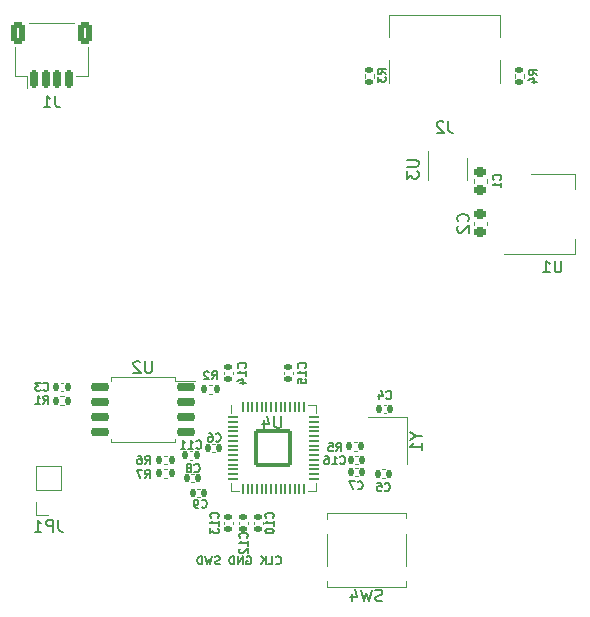
<source format=gbo>
%TF.GenerationSoftware,KiCad,Pcbnew,(6.0.0)*%
%TF.CreationDate,2021-12-27T13:21:06-08:00*%
%TF.ProjectId,Microtus-rp2040,4d696372-6f74-4757-932d-727032303430,rev?*%
%TF.SameCoordinates,Original*%
%TF.FileFunction,Legend,Bot*%
%TF.FilePolarity,Positive*%
%FSLAX46Y46*%
G04 Gerber Fmt 4.6, Leading zero omitted, Abs format (unit mm)*
G04 Created by KiCad (PCBNEW (6.0.0)) date 2021-12-27 13:21:06*
%MOMM*%
%LPD*%
G01*
G04 APERTURE LIST*
G04 Aperture macros list*
%AMRoundRect*
0 Rectangle with rounded corners*
0 $1 Rounding radius*
0 $2 $3 $4 $5 $6 $7 $8 $9 X,Y pos of 4 corners*
0 Add a 4 corners polygon primitive as box body*
4,1,4,$2,$3,$4,$5,$6,$7,$8,$9,$2,$3,0*
0 Add four circle primitives for the rounded corners*
1,1,$1+$1,$2,$3*
1,1,$1+$1,$4,$5*
1,1,$1+$1,$6,$7*
1,1,$1+$1,$8,$9*
0 Add four rect primitives between the rounded corners*
20,1,$1+$1,$2,$3,$4,$5,0*
20,1,$1+$1,$4,$5,$6,$7,0*
20,1,$1+$1,$6,$7,$8,$9,0*
20,1,$1+$1,$8,$9,$2,$3,0*%
G04 Aperture macros list end*
%ADD10C,0.175000*%
%ADD11C,0.150000*%
%ADD12C,0.120000*%
%ADD13RoundRect,0.225000X-0.250000X0.225000X-0.250000X-0.225000X0.250000X-0.225000X0.250000X0.225000X0*%
%ADD14RoundRect,0.225000X0.250000X-0.225000X0.250000X0.225000X-0.250000X0.225000X-0.250000X-0.225000X0*%
%ADD15R,1.700000X1.700000*%
%ADD16O,1.700000X1.700000*%
%ADD17R,1.350000X1.350000*%
%ADD18O,1.350000X1.350000*%
%ADD19RoundRect,0.135000X0.135000X0.185000X-0.135000X0.185000X-0.135000X-0.185000X0.135000X-0.185000X0*%
%ADD20O,1.000000X1.600000*%
%ADD21C,0.650000*%
%ADD22O,1.000000X2.100000*%
%ADD23R,0.300000X1.450000*%
%ADD24R,0.600000X1.450000*%
%ADD25RoundRect,0.135000X-0.135000X-0.185000X0.135000X-0.185000X0.135000X0.185000X-0.135000X0.185000X0*%
%ADD26RoundRect,0.135000X0.185000X-0.135000X0.185000X0.135000X-0.185000X0.135000X-0.185000X-0.135000X0*%
%ADD27RoundRect,0.140000X-0.140000X-0.170000X0.140000X-0.170000X0.140000X0.170000X-0.140000X0.170000X0*%
%ADD28RoundRect,0.140000X0.170000X-0.140000X0.170000X0.140000X-0.170000X0.140000X-0.170000X-0.140000X0*%
%ADD29RoundRect,0.140000X-0.170000X0.140000X-0.170000X-0.140000X0.170000X-0.140000X0.170000X0.140000X0*%
%ADD30RoundRect,0.140000X0.140000X0.170000X-0.140000X0.170000X-0.140000X-0.170000X0.140000X-0.170000X0*%
%ADD31RoundRect,0.144000X-1.456000X1.456000X-1.456000X-1.456000X1.456000X-1.456000X1.456000X1.456000X0*%
%ADD32RoundRect,0.050000X-0.050000X0.387500X-0.050000X-0.387500X0.050000X-0.387500X0.050000X0.387500X0*%
%ADD33RoundRect,0.050000X-0.387500X0.050000X-0.387500X-0.050000X0.387500X-0.050000X0.387500X0.050000X0*%
%ADD34RoundRect,0.150000X-0.150000X-0.625000X0.150000X-0.625000X0.150000X0.625000X-0.150000X0.625000X0*%
%ADD35RoundRect,0.250000X-0.350000X-0.650000X0.350000X-0.650000X0.350000X0.650000X-0.350000X0.650000X0*%
%ADD36R,1.200000X1.400000*%
%ADD37R,0.650000X1.060000*%
%ADD38RoundRect,0.150000X0.650000X0.150000X-0.650000X0.150000X-0.650000X-0.150000X0.650000X-0.150000X0*%
%ADD39R,2.000000X3.800000*%
%ADD40R,2.000000X1.500000*%
%ADD41C,1.500000*%
%ADD42R,3.200000X2.000000*%
%ADD43C,2.000000*%
%ADD44R,2.000000X2.000000*%
%ADD45R,2.750000X1.000000*%
%ADD46C,3.400000*%
%ADD47C,1.700000*%
%ADD48C,1.981200*%
%ADD49C,2.489200*%
G04 APERTURE END LIST*
D10*
X39310000Y-46880000D02*
X39343333Y-46913333D01*
X39443333Y-46946666D01*
X39510000Y-46946666D01*
X39610000Y-46913333D01*
X39676666Y-46846666D01*
X39710000Y-46780000D01*
X39743333Y-46646666D01*
X39743333Y-46546666D01*
X39710000Y-46413333D01*
X39676666Y-46346666D01*
X39610000Y-46280000D01*
X39510000Y-46246666D01*
X39443333Y-46246666D01*
X39343333Y-46280000D01*
X39310000Y-46313333D01*
X38676666Y-46946666D02*
X39010000Y-46946666D01*
X39010000Y-46246666D01*
X38443333Y-46946666D02*
X38443333Y-46246666D01*
X38043333Y-46946666D02*
X38343333Y-46546666D01*
X38043333Y-46246666D02*
X38443333Y-46646666D01*
X36843333Y-46280000D02*
X36910000Y-46246666D01*
X37010000Y-46246666D01*
X37110000Y-46280000D01*
X37176666Y-46346666D01*
X37210000Y-46413333D01*
X37243333Y-46546666D01*
X37243333Y-46646666D01*
X37210000Y-46780000D01*
X37176666Y-46846666D01*
X37110000Y-46913333D01*
X37010000Y-46946666D01*
X36943333Y-46946666D01*
X36843333Y-46913333D01*
X36810000Y-46880000D01*
X36810000Y-46646666D01*
X36943333Y-46646666D01*
X36510000Y-46946666D02*
X36510000Y-46246666D01*
X36110000Y-46946666D01*
X36110000Y-46246666D01*
X35776666Y-46946666D02*
X35776666Y-46246666D01*
X35610000Y-46246666D01*
X35510000Y-46280000D01*
X35443333Y-46346666D01*
X35410000Y-46413333D01*
X35376666Y-46546666D01*
X35376666Y-46646666D01*
X35410000Y-46780000D01*
X35443333Y-46846666D01*
X35510000Y-46913333D01*
X35610000Y-46946666D01*
X35776666Y-46946666D01*
X34576666Y-46913333D02*
X34476666Y-46946666D01*
X34310000Y-46946666D01*
X34243333Y-46913333D01*
X34210000Y-46880000D01*
X34176666Y-46813333D01*
X34176666Y-46746666D01*
X34210000Y-46680000D01*
X34243333Y-46646666D01*
X34310000Y-46613333D01*
X34443333Y-46580000D01*
X34510000Y-46546666D01*
X34543333Y-46513333D01*
X34576666Y-46446666D01*
X34576666Y-46380000D01*
X34543333Y-46313333D01*
X34510000Y-46280000D01*
X34443333Y-46246666D01*
X34276666Y-46246666D01*
X34176666Y-46280000D01*
X33943333Y-46246666D02*
X33776666Y-46946666D01*
X33643333Y-46446666D01*
X33510000Y-46946666D01*
X33343333Y-46246666D01*
X33076666Y-46946666D02*
X33076666Y-46246666D01*
X32910000Y-46246666D01*
X32810000Y-46280000D01*
X32743333Y-46346666D01*
X32710000Y-46413333D01*
X32676666Y-46546666D01*
X32676666Y-46646666D01*
X32710000Y-46780000D01*
X32743333Y-46846666D01*
X32810000Y-46913333D01*
X32910000Y-46946666D01*
X33076666Y-46946666D01*
D11*
%TO.C,C2*%
X55569142Y-17895333D02*
X55616761Y-17847714D01*
X55664380Y-17704857D01*
X55664380Y-17609619D01*
X55616761Y-17466761D01*
X55521523Y-17371523D01*
X55426285Y-17323904D01*
X55235809Y-17276285D01*
X55092952Y-17276285D01*
X54902476Y-17323904D01*
X54807238Y-17371523D01*
X54712000Y-17466761D01*
X54664380Y-17609619D01*
X54664380Y-17704857D01*
X54712000Y-17847714D01*
X54759619Y-17895333D01*
X54759619Y-18276285D02*
X54712000Y-18323904D01*
X54664380Y-18419142D01*
X54664380Y-18657238D01*
X54712000Y-18752476D01*
X54759619Y-18800095D01*
X54854857Y-18847714D01*
X54950095Y-18847714D01*
X55092952Y-18800095D01*
X55664380Y-18228666D01*
X55664380Y-18847714D01*
%TO.C,C1*%
X58322000Y-14361333D02*
X58355333Y-14328000D01*
X58388666Y-14228000D01*
X58388666Y-14161333D01*
X58355333Y-14061333D01*
X58288666Y-13994666D01*
X58222000Y-13961333D01*
X58088666Y-13928000D01*
X57988666Y-13928000D01*
X57855333Y-13961333D01*
X57788666Y-13994666D01*
X57722000Y-14061333D01*
X57688666Y-14161333D01*
X57688666Y-14228000D01*
X57722000Y-14328000D01*
X57755333Y-14361333D01*
X58388666Y-15028000D02*
X58388666Y-14628000D01*
X58388666Y-14828000D02*
X57688666Y-14828000D01*
X57788666Y-14761333D01*
X57855333Y-14694666D01*
X57888666Y-14628000D01*
%TO.C,JP1*%
X20899333Y-43168380D02*
X20899333Y-43882666D01*
X20946952Y-44025523D01*
X21042190Y-44120761D01*
X21185047Y-44168380D01*
X21280285Y-44168380D01*
X20423142Y-44168380D02*
X20423142Y-43168380D01*
X20042190Y-43168380D01*
X19946952Y-43216000D01*
X19899333Y-43263619D01*
X19851714Y-43358857D01*
X19851714Y-43501714D01*
X19899333Y-43596952D01*
X19946952Y-43644571D01*
X20042190Y-43692190D01*
X20423142Y-43692190D01*
X18899333Y-44168380D02*
X19470761Y-44168380D01*
X19185047Y-44168380D02*
X19185047Y-43168380D01*
X19280285Y-43311238D01*
X19375523Y-43406476D01*
X19470761Y-43454095D01*
%TO.C,R2*%
X33898666Y-31277666D02*
X34132000Y-30944333D01*
X34298666Y-31277666D02*
X34298666Y-30577666D01*
X34032000Y-30577666D01*
X33965333Y-30611000D01*
X33932000Y-30644333D01*
X33898666Y-30711000D01*
X33898666Y-30811000D01*
X33932000Y-30877666D01*
X33965333Y-30911000D01*
X34032000Y-30944333D01*
X34298666Y-30944333D01*
X33632000Y-30644333D02*
X33598666Y-30611000D01*
X33532000Y-30577666D01*
X33365333Y-30577666D01*
X33298666Y-30611000D01*
X33265333Y-30644333D01*
X33232000Y-30711000D01*
X33232000Y-30777666D01*
X33265333Y-30877666D01*
X33665333Y-31277666D01*
X33232000Y-31277666D01*
%TO.C,J2*%
X53927333Y-9415380D02*
X53927333Y-10129666D01*
X53974952Y-10272523D01*
X54070190Y-10367761D01*
X54213047Y-10415380D01*
X54308285Y-10415380D01*
X53498761Y-9510619D02*
X53451142Y-9463000D01*
X53355904Y-9415380D01*
X53117809Y-9415380D01*
X53022571Y-9463000D01*
X52974952Y-9510619D01*
X52927333Y-9605857D01*
X52927333Y-9701095D01*
X52974952Y-9843952D01*
X53546380Y-10415380D01*
X52927333Y-10415380D01*
%TO.C,R7*%
X28226666Y-39646666D02*
X28460000Y-39313333D01*
X28626666Y-39646666D02*
X28626666Y-38946666D01*
X28360000Y-38946666D01*
X28293333Y-38980000D01*
X28260000Y-39013333D01*
X28226666Y-39080000D01*
X28226666Y-39180000D01*
X28260000Y-39246666D01*
X28293333Y-39280000D01*
X28360000Y-39313333D01*
X28626666Y-39313333D01*
X27993333Y-38946666D02*
X27526666Y-38946666D01*
X27826666Y-39646666D01*
%TO.C,R6*%
X28226666Y-38446666D02*
X28460000Y-38113333D01*
X28626666Y-38446666D02*
X28626666Y-37746666D01*
X28360000Y-37746666D01*
X28293333Y-37780000D01*
X28260000Y-37813333D01*
X28226666Y-37880000D01*
X28226666Y-37980000D01*
X28260000Y-38046666D01*
X28293333Y-38080000D01*
X28360000Y-38113333D01*
X28626666Y-38113333D01*
X27626666Y-37746666D02*
X27760000Y-37746666D01*
X27826666Y-37780000D01*
X27860000Y-37813333D01*
X27926666Y-37913333D01*
X27960000Y-38046666D01*
X27960000Y-38313333D01*
X27926666Y-38380000D01*
X27893333Y-38413333D01*
X27826666Y-38446666D01*
X27693333Y-38446666D01*
X27626666Y-38413333D01*
X27593333Y-38380000D01*
X27560000Y-38313333D01*
X27560000Y-38146666D01*
X27593333Y-38080000D01*
X27626666Y-38046666D01*
X27693333Y-38013333D01*
X27826666Y-38013333D01*
X27893333Y-38046666D01*
X27926666Y-38080000D01*
X27960000Y-38146666D01*
%TO.C,R5*%
X44426666Y-37346666D02*
X44660000Y-37013333D01*
X44826666Y-37346666D02*
X44826666Y-36646666D01*
X44560000Y-36646666D01*
X44493333Y-36680000D01*
X44460000Y-36713333D01*
X44426666Y-36780000D01*
X44426666Y-36880000D01*
X44460000Y-36946666D01*
X44493333Y-36980000D01*
X44560000Y-37013333D01*
X44826666Y-37013333D01*
X43793333Y-36646666D02*
X44126666Y-36646666D01*
X44160000Y-36980000D01*
X44126666Y-36946666D01*
X44060000Y-36913333D01*
X43893333Y-36913333D01*
X43826666Y-36946666D01*
X43793333Y-36980000D01*
X43760000Y-37046666D01*
X43760000Y-37213333D01*
X43793333Y-37280000D01*
X43826666Y-37313333D01*
X43893333Y-37346666D01*
X44060000Y-37346666D01*
X44126666Y-37313333D01*
X44160000Y-37280000D01*
%TO.C,R4*%
X61430666Y-5471333D02*
X61097333Y-5238000D01*
X61430666Y-5071333D02*
X60730666Y-5071333D01*
X60730666Y-5338000D01*
X60764000Y-5404666D01*
X60797333Y-5438000D01*
X60864000Y-5471333D01*
X60964000Y-5471333D01*
X61030666Y-5438000D01*
X61064000Y-5404666D01*
X61097333Y-5338000D01*
X61097333Y-5071333D01*
X60964000Y-6071333D02*
X61430666Y-6071333D01*
X60697333Y-5904666D02*
X61197333Y-5738000D01*
X61197333Y-6171333D01*
%TO.C,R3*%
X48626666Y-5413333D02*
X48293333Y-5180000D01*
X48626666Y-5013333D02*
X47926666Y-5013333D01*
X47926666Y-5280000D01*
X47960000Y-5346666D01*
X47993333Y-5380000D01*
X48060000Y-5413333D01*
X48160000Y-5413333D01*
X48226666Y-5380000D01*
X48260000Y-5346666D01*
X48293333Y-5280000D01*
X48293333Y-5013333D01*
X47926666Y-5646666D02*
X47926666Y-6080000D01*
X48193333Y-5846666D01*
X48193333Y-5946666D01*
X48226666Y-6013333D01*
X48260000Y-6046666D01*
X48326666Y-6080000D01*
X48493333Y-6080000D01*
X48560000Y-6046666D01*
X48593333Y-6013333D01*
X48626666Y-5946666D01*
X48626666Y-5746666D01*
X48593333Y-5680000D01*
X48560000Y-5646666D01*
%TO.C,R1*%
X19626666Y-33346666D02*
X19860000Y-33013333D01*
X20026666Y-33346666D02*
X20026666Y-32646666D01*
X19760000Y-32646666D01*
X19693333Y-32680000D01*
X19660000Y-32713333D01*
X19626666Y-32780000D01*
X19626666Y-32880000D01*
X19660000Y-32946666D01*
X19693333Y-32980000D01*
X19760000Y-33013333D01*
X20026666Y-33013333D01*
X18960000Y-33346666D02*
X19360000Y-33346666D01*
X19160000Y-33346666D02*
X19160000Y-32646666D01*
X19226666Y-32746666D01*
X19293333Y-32813333D01*
X19360000Y-32846666D01*
%TO.C,C16*%
X44760000Y-38380000D02*
X44793333Y-38413333D01*
X44893333Y-38446666D01*
X44960000Y-38446666D01*
X45060000Y-38413333D01*
X45126666Y-38346666D01*
X45160000Y-38280000D01*
X45193333Y-38146666D01*
X45193333Y-38046666D01*
X45160000Y-37913333D01*
X45126666Y-37846666D01*
X45060000Y-37780000D01*
X44960000Y-37746666D01*
X44893333Y-37746666D01*
X44793333Y-37780000D01*
X44760000Y-37813333D01*
X44093333Y-38446666D02*
X44493333Y-38446666D01*
X44293333Y-38446666D02*
X44293333Y-37746666D01*
X44360000Y-37846666D01*
X44426666Y-37913333D01*
X44493333Y-37946666D01*
X43493333Y-37746666D02*
X43626666Y-37746666D01*
X43693333Y-37780000D01*
X43726666Y-37813333D01*
X43793333Y-37913333D01*
X43826666Y-38046666D01*
X43826666Y-38313333D01*
X43793333Y-38380000D01*
X43760000Y-38413333D01*
X43693333Y-38446666D01*
X43560000Y-38446666D01*
X43493333Y-38413333D01*
X43460000Y-38380000D01*
X43426666Y-38313333D01*
X43426666Y-38146666D01*
X43460000Y-38080000D01*
X43493333Y-38046666D01*
X43560000Y-38013333D01*
X43693333Y-38013333D01*
X43760000Y-38046666D01*
X43793333Y-38080000D01*
X43826666Y-38146666D01*
%TO.C,C15*%
X41796000Y-30284000D02*
X41829333Y-30250666D01*
X41862666Y-30150666D01*
X41862666Y-30084000D01*
X41829333Y-29984000D01*
X41762666Y-29917333D01*
X41696000Y-29884000D01*
X41562666Y-29850666D01*
X41462666Y-29850666D01*
X41329333Y-29884000D01*
X41262666Y-29917333D01*
X41196000Y-29984000D01*
X41162666Y-30084000D01*
X41162666Y-30150666D01*
X41196000Y-30250666D01*
X41229333Y-30284000D01*
X41862666Y-30950666D02*
X41862666Y-30550666D01*
X41862666Y-30750666D02*
X41162666Y-30750666D01*
X41262666Y-30684000D01*
X41329333Y-30617333D01*
X41362666Y-30550666D01*
X41162666Y-31584000D02*
X41162666Y-31250666D01*
X41496000Y-31217333D01*
X41462666Y-31250666D01*
X41429333Y-31317333D01*
X41429333Y-31484000D01*
X41462666Y-31550666D01*
X41496000Y-31584000D01*
X41562666Y-31617333D01*
X41729333Y-31617333D01*
X41796000Y-31584000D01*
X41829333Y-31550666D01*
X41862666Y-31484000D01*
X41862666Y-31317333D01*
X41829333Y-31250666D01*
X41796000Y-31217333D01*
%TO.C,C14*%
X36716000Y-30284000D02*
X36749333Y-30250666D01*
X36782666Y-30150666D01*
X36782666Y-30084000D01*
X36749333Y-29984000D01*
X36682666Y-29917333D01*
X36616000Y-29884000D01*
X36482666Y-29850666D01*
X36382666Y-29850666D01*
X36249333Y-29884000D01*
X36182666Y-29917333D01*
X36116000Y-29984000D01*
X36082666Y-30084000D01*
X36082666Y-30150666D01*
X36116000Y-30250666D01*
X36149333Y-30284000D01*
X36782666Y-30950666D02*
X36782666Y-30550666D01*
X36782666Y-30750666D02*
X36082666Y-30750666D01*
X36182666Y-30684000D01*
X36249333Y-30617333D01*
X36282666Y-30550666D01*
X36316000Y-31550666D02*
X36782666Y-31550666D01*
X36049333Y-31384000D02*
X36549333Y-31217333D01*
X36549333Y-31650666D01*
%TO.C,C13*%
X34396000Y-42984000D02*
X34429333Y-42950666D01*
X34462666Y-42850666D01*
X34462666Y-42784000D01*
X34429333Y-42684000D01*
X34362666Y-42617333D01*
X34296000Y-42584000D01*
X34162666Y-42550666D01*
X34062666Y-42550666D01*
X33929333Y-42584000D01*
X33862666Y-42617333D01*
X33796000Y-42684000D01*
X33762666Y-42784000D01*
X33762666Y-42850666D01*
X33796000Y-42950666D01*
X33829333Y-42984000D01*
X34462666Y-43650666D02*
X34462666Y-43250666D01*
X34462666Y-43450666D02*
X33762666Y-43450666D01*
X33862666Y-43384000D01*
X33929333Y-43317333D01*
X33962666Y-43250666D01*
X33762666Y-43884000D02*
X33762666Y-44317333D01*
X34029333Y-44084000D01*
X34029333Y-44184000D01*
X34062666Y-44250666D01*
X34096000Y-44284000D01*
X34162666Y-44317333D01*
X34329333Y-44317333D01*
X34396000Y-44284000D01*
X34429333Y-44250666D01*
X34462666Y-44184000D01*
X34462666Y-43984000D01*
X34429333Y-43917333D01*
X34396000Y-43884000D01*
%TO.C,C12*%
X36860000Y-44680000D02*
X36893333Y-44646666D01*
X36926666Y-44546666D01*
X36926666Y-44480000D01*
X36893333Y-44380000D01*
X36826666Y-44313333D01*
X36760000Y-44280000D01*
X36626666Y-44246666D01*
X36526666Y-44246666D01*
X36393333Y-44280000D01*
X36326666Y-44313333D01*
X36260000Y-44380000D01*
X36226666Y-44480000D01*
X36226666Y-44546666D01*
X36260000Y-44646666D01*
X36293333Y-44680000D01*
X36926666Y-45346666D02*
X36926666Y-44946666D01*
X36926666Y-45146666D02*
X36226666Y-45146666D01*
X36326666Y-45080000D01*
X36393333Y-45013333D01*
X36426666Y-44946666D01*
X36293333Y-45613333D02*
X36260000Y-45646666D01*
X36226666Y-45713333D01*
X36226666Y-45880000D01*
X36260000Y-45946666D01*
X36293333Y-45980000D01*
X36360000Y-46013333D01*
X36426666Y-46013333D01*
X36526666Y-45980000D01*
X36926666Y-45580000D01*
X36926666Y-46013333D01*
%TO.C,C11*%
X32581000Y-37080000D02*
X32614333Y-37113333D01*
X32714333Y-37146666D01*
X32781000Y-37146666D01*
X32881000Y-37113333D01*
X32947666Y-37046666D01*
X32981000Y-36980000D01*
X33014333Y-36846666D01*
X33014333Y-36746666D01*
X32981000Y-36613333D01*
X32947666Y-36546666D01*
X32881000Y-36480000D01*
X32781000Y-36446666D01*
X32714333Y-36446666D01*
X32614333Y-36480000D01*
X32581000Y-36513333D01*
X31914333Y-37146666D02*
X32314333Y-37146666D01*
X32114333Y-37146666D02*
X32114333Y-36446666D01*
X32181000Y-36546666D01*
X32247666Y-36613333D01*
X32314333Y-36646666D01*
X31247666Y-37146666D02*
X31647666Y-37146666D01*
X31447666Y-37146666D02*
X31447666Y-36446666D01*
X31514333Y-36546666D01*
X31581000Y-36613333D01*
X31647666Y-36646666D01*
%TO.C,C10*%
X39060000Y-42984000D02*
X39093333Y-42950666D01*
X39126666Y-42850666D01*
X39126666Y-42784000D01*
X39093333Y-42684000D01*
X39026666Y-42617333D01*
X38960000Y-42584000D01*
X38826666Y-42550666D01*
X38726666Y-42550666D01*
X38593333Y-42584000D01*
X38526666Y-42617333D01*
X38460000Y-42684000D01*
X38426666Y-42784000D01*
X38426666Y-42850666D01*
X38460000Y-42950666D01*
X38493333Y-42984000D01*
X39126666Y-43650666D02*
X39126666Y-43250666D01*
X39126666Y-43450666D02*
X38426666Y-43450666D01*
X38526666Y-43384000D01*
X38593333Y-43317333D01*
X38626666Y-43250666D01*
X38426666Y-44084000D02*
X38426666Y-44150666D01*
X38460000Y-44217333D01*
X38493333Y-44250666D01*
X38560000Y-44284000D01*
X38693333Y-44317333D01*
X38860000Y-44317333D01*
X38993333Y-44284000D01*
X39060000Y-44250666D01*
X39093333Y-44217333D01*
X39126666Y-44150666D01*
X39126666Y-44084000D01*
X39093333Y-44017333D01*
X39060000Y-43984000D01*
X38993333Y-43950666D01*
X38860000Y-43917333D01*
X38693333Y-43917333D01*
X38560000Y-43950666D01*
X38493333Y-43984000D01*
X38460000Y-44017333D01*
X38426666Y-44084000D01*
%TO.C,C9*%
X33026666Y-42080000D02*
X33060000Y-42113333D01*
X33160000Y-42146666D01*
X33226666Y-42146666D01*
X33326666Y-42113333D01*
X33393333Y-42046666D01*
X33426666Y-41980000D01*
X33460000Y-41846666D01*
X33460000Y-41746666D01*
X33426666Y-41613333D01*
X33393333Y-41546666D01*
X33326666Y-41480000D01*
X33226666Y-41446666D01*
X33160000Y-41446666D01*
X33060000Y-41480000D01*
X33026666Y-41513333D01*
X32693333Y-42146666D02*
X32560000Y-42146666D01*
X32493333Y-42113333D01*
X32460000Y-42080000D01*
X32393333Y-41980000D01*
X32360000Y-41846666D01*
X32360000Y-41580000D01*
X32393333Y-41513333D01*
X32426666Y-41480000D01*
X32493333Y-41446666D01*
X32626666Y-41446666D01*
X32693333Y-41480000D01*
X32726666Y-41513333D01*
X32760000Y-41580000D01*
X32760000Y-41746666D01*
X32726666Y-41813333D01*
X32693333Y-41846666D01*
X32626666Y-41880000D01*
X32493333Y-41880000D01*
X32426666Y-41846666D01*
X32393333Y-41813333D01*
X32360000Y-41746666D01*
%TO.C,C8*%
X32426666Y-39080000D02*
X32460000Y-39113333D01*
X32560000Y-39146666D01*
X32626666Y-39146666D01*
X32726666Y-39113333D01*
X32793333Y-39046666D01*
X32826666Y-38980000D01*
X32860000Y-38846666D01*
X32860000Y-38746666D01*
X32826666Y-38613333D01*
X32793333Y-38546666D01*
X32726666Y-38480000D01*
X32626666Y-38446666D01*
X32560000Y-38446666D01*
X32460000Y-38480000D01*
X32426666Y-38513333D01*
X32026666Y-38746666D02*
X32093333Y-38713333D01*
X32126666Y-38680000D01*
X32160000Y-38613333D01*
X32160000Y-38580000D01*
X32126666Y-38513333D01*
X32093333Y-38480000D01*
X32026666Y-38446666D01*
X31893333Y-38446666D01*
X31826666Y-38480000D01*
X31793333Y-38513333D01*
X31760000Y-38580000D01*
X31760000Y-38613333D01*
X31793333Y-38680000D01*
X31826666Y-38713333D01*
X31893333Y-38746666D01*
X32026666Y-38746666D01*
X32093333Y-38780000D01*
X32126666Y-38813333D01*
X32160000Y-38880000D01*
X32160000Y-39013333D01*
X32126666Y-39080000D01*
X32093333Y-39113333D01*
X32026666Y-39146666D01*
X31893333Y-39146666D01*
X31826666Y-39113333D01*
X31793333Y-39080000D01*
X31760000Y-39013333D01*
X31760000Y-38880000D01*
X31793333Y-38813333D01*
X31826666Y-38780000D01*
X31893333Y-38746666D01*
%TO.C,C7*%
X46239666Y-40526000D02*
X46273000Y-40559333D01*
X46373000Y-40592666D01*
X46439666Y-40592666D01*
X46539666Y-40559333D01*
X46606333Y-40492666D01*
X46639666Y-40426000D01*
X46673000Y-40292666D01*
X46673000Y-40192666D01*
X46639666Y-40059333D01*
X46606333Y-39992666D01*
X46539666Y-39926000D01*
X46439666Y-39892666D01*
X46373000Y-39892666D01*
X46273000Y-39926000D01*
X46239666Y-39959333D01*
X46006333Y-39892666D02*
X45539666Y-39892666D01*
X45839666Y-40592666D01*
%TO.C,C6*%
X34226666Y-36480000D02*
X34260000Y-36513333D01*
X34360000Y-36546666D01*
X34426666Y-36546666D01*
X34526666Y-36513333D01*
X34593333Y-36446666D01*
X34626666Y-36380000D01*
X34660000Y-36246666D01*
X34660000Y-36146666D01*
X34626666Y-36013333D01*
X34593333Y-35946666D01*
X34526666Y-35880000D01*
X34426666Y-35846666D01*
X34360000Y-35846666D01*
X34260000Y-35880000D01*
X34226666Y-35913333D01*
X33626666Y-35846666D02*
X33760000Y-35846666D01*
X33826666Y-35880000D01*
X33860000Y-35913333D01*
X33926666Y-36013333D01*
X33960000Y-36146666D01*
X33960000Y-36413333D01*
X33926666Y-36480000D01*
X33893333Y-36513333D01*
X33826666Y-36546666D01*
X33693333Y-36546666D01*
X33626666Y-36513333D01*
X33593333Y-36480000D01*
X33560000Y-36413333D01*
X33560000Y-36246666D01*
X33593333Y-36180000D01*
X33626666Y-36146666D01*
X33693333Y-36113333D01*
X33826666Y-36113333D01*
X33893333Y-36146666D01*
X33926666Y-36180000D01*
X33960000Y-36246666D01*
%TO.C,C5*%
X48529666Y-40672000D02*
X48563000Y-40705333D01*
X48663000Y-40738666D01*
X48729666Y-40738666D01*
X48829666Y-40705333D01*
X48896333Y-40638666D01*
X48929666Y-40572000D01*
X48963000Y-40438666D01*
X48963000Y-40338666D01*
X48929666Y-40205333D01*
X48896333Y-40138666D01*
X48829666Y-40072000D01*
X48729666Y-40038666D01*
X48663000Y-40038666D01*
X48563000Y-40072000D01*
X48529666Y-40105333D01*
X47896333Y-40038666D02*
X48229666Y-40038666D01*
X48263000Y-40372000D01*
X48229666Y-40338666D01*
X48163000Y-40305333D01*
X47996333Y-40305333D01*
X47929666Y-40338666D01*
X47896333Y-40372000D01*
X47863000Y-40438666D01*
X47863000Y-40605333D01*
X47896333Y-40672000D01*
X47929666Y-40705333D01*
X47996333Y-40738666D01*
X48163000Y-40738666D01*
X48229666Y-40705333D01*
X48263000Y-40672000D01*
%TO.C,C4*%
X48656666Y-32872000D02*
X48690000Y-32905333D01*
X48790000Y-32938666D01*
X48856666Y-32938666D01*
X48956666Y-32905333D01*
X49023333Y-32838666D01*
X49056666Y-32772000D01*
X49090000Y-32638666D01*
X49090000Y-32538666D01*
X49056666Y-32405333D01*
X49023333Y-32338666D01*
X48956666Y-32272000D01*
X48856666Y-32238666D01*
X48790000Y-32238666D01*
X48690000Y-32272000D01*
X48656666Y-32305333D01*
X48056666Y-32472000D02*
X48056666Y-32938666D01*
X48223333Y-32205333D02*
X48390000Y-32705333D01*
X47956666Y-32705333D01*
%TO.C,C3*%
X19626666Y-32180000D02*
X19660000Y-32213333D01*
X19760000Y-32246666D01*
X19826666Y-32246666D01*
X19926666Y-32213333D01*
X19993333Y-32146666D01*
X20026666Y-32080000D01*
X20060000Y-31946666D01*
X20060000Y-31846666D01*
X20026666Y-31713333D01*
X19993333Y-31646666D01*
X19926666Y-31580000D01*
X19826666Y-31546666D01*
X19760000Y-31546666D01*
X19660000Y-31580000D01*
X19626666Y-31613333D01*
X19393333Y-31546666D02*
X18960000Y-31546666D01*
X19193333Y-31813333D01*
X19093333Y-31813333D01*
X19026666Y-31846666D01*
X18993333Y-31880000D01*
X18960000Y-31946666D01*
X18960000Y-32113333D01*
X18993333Y-32180000D01*
X19026666Y-32213333D01*
X19093333Y-32246666D01*
X19293333Y-32246666D01*
X19360000Y-32213333D01*
X19393333Y-32180000D01*
%TO.C,U4*%
X39771904Y-34382380D02*
X39771904Y-35191904D01*
X39724285Y-35287142D01*
X39676666Y-35334761D01*
X39581428Y-35382380D01*
X39390952Y-35382380D01*
X39295714Y-35334761D01*
X39248095Y-35287142D01*
X39200476Y-35191904D01*
X39200476Y-34382380D01*
X38295714Y-34715714D02*
X38295714Y-35382380D01*
X38533809Y-34334761D02*
X38771904Y-35049047D01*
X38152857Y-35049047D01*
%TO.C,J1*%
X20653333Y-7242380D02*
X20653333Y-7956666D01*
X20700952Y-8099523D01*
X20796190Y-8194761D01*
X20939047Y-8242380D01*
X21034285Y-8242380D01*
X19653333Y-8242380D02*
X20224761Y-8242380D01*
X19939047Y-8242380D02*
X19939047Y-7242380D01*
X20034285Y-7385238D01*
X20129523Y-7480476D01*
X20224761Y-7528095D01*
%TO.C,Y1*%
X51186190Y-36053809D02*
X51662380Y-36053809D01*
X50662380Y-35720476D02*
X51186190Y-36053809D01*
X50662380Y-36387142D01*
X51662380Y-37244285D02*
X51662380Y-36672857D01*
X51662380Y-36958571D02*
X50662380Y-36958571D01*
X50805238Y-36863333D01*
X50900476Y-36768095D01*
X50948095Y-36672857D01*
%TO.C,U3*%
X50400380Y-12700095D02*
X51209904Y-12700095D01*
X51305142Y-12747714D01*
X51352761Y-12795333D01*
X51400380Y-12890571D01*
X51400380Y-13081047D01*
X51352761Y-13176285D01*
X51305142Y-13223904D01*
X51209904Y-13271523D01*
X50400380Y-13271523D01*
X50400380Y-13652476D02*
X50400380Y-14271523D01*
X50781333Y-13938190D01*
X50781333Y-14081047D01*
X50828952Y-14176285D01*
X50876571Y-14223904D01*
X50971809Y-14271523D01*
X51209904Y-14271523D01*
X51305142Y-14223904D01*
X51352761Y-14176285D01*
X51400380Y-14081047D01*
X51400380Y-13795333D01*
X51352761Y-13700095D01*
X51305142Y-13652476D01*
%TO.C,U2*%
X28828904Y-29728380D02*
X28828904Y-30537904D01*
X28781285Y-30633142D01*
X28733666Y-30680761D01*
X28638428Y-30728380D01*
X28447952Y-30728380D01*
X28352714Y-30680761D01*
X28305095Y-30633142D01*
X28257476Y-30537904D01*
X28257476Y-29728380D01*
X27828904Y-29823619D02*
X27781285Y-29776000D01*
X27686047Y-29728380D01*
X27447952Y-29728380D01*
X27352714Y-29776000D01*
X27305095Y-29823619D01*
X27257476Y-29918857D01*
X27257476Y-30014095D01*
X27305095Y-30156952D01*
X27876523Y-30728380D01*
X27257476Y-30728380D01*
%TO.C,U1*%
X63499904Y-21224380D02*
X63499904Y-22033904D01*
X63452285Y-22129142D01*
X63404666Y-22176761D01*
X63309428Y-22224380D01*
X63118952Y-22224380D01*
X63023714Y-22176761D01*
X62976095Y-22129142D01*
X62928476Y-22033904D01*
X62928476Y-21224380D01*
X61928476Y-22224380D02*
X62499904Y-22224380D01*
X62214190Y-22224380D02*
X62214190Y-21224380D01*
X62309428Y-21367238D01*
X62404666Y-21462476D01*
X62499904Y-21510095D01*
%TO.C,SW4*%
X48323333Y-50024761D02*
X48180476Y-50072380D01*
X47942380Y-50072380D01*
X47847142Y-50024761D01*
X47799523Y-49977142D01*
X47751904Y-49881904D01*
X47751904Y-49786666D01*
X47799523Y-49691428D01*
X47847142Y-49643809D01*
X47942380Y-49596190D01*
X48132857Y-49548571D01*
X48228095Y-49500952D01*
X48275714Y-49453333D01*
X48323333Y-49358095D01*
X48323333Y-49262857D01*
X48275714Y-49167619D01*
X48228095Y-49120000D01*
X48132857Y-49072380D01*
X47894761Y-49072380D01*
X47751904Y-49120000D01*
X47418571Y-49072380D02*
X47180476Y-50072380D01*
X46990000Y-49358095D01*
X46799523Y-50072380D01*
X46561428Y-49072380D01*
X45751904Y-49405714D02*
X45751904Y-50072380D01*
X45990000Y-49024761D02*
X46228095Y-49739047D01*
X45609047Y-49739047D01*
D12*
%TO.C,C2*%
X56132000Y-17921420D02*
X56132000Y-18202580D01*
X57152000Y-17921420D02*
X57152000Y-18202580D01*
%TO.C,C1*%
X57152000Y-14618580D02*
X57152000Y-14337420D01*
X56132000Y-14618580D02*
X56132000Y-14337420D01*
%TO.C,JP1*%
X19006000Y-38596000D02*
X21126000Y-38596000D01*
X19006000Y-40656000D02*
X19006000Y-38596000D01*
X21126000Y-40656000D02*
X21126000Y-38596000D01*
X19006000Y-40656000D02*
X21126000Y-40656000D01*
X19006000Y-41656000D02*
X19006000Y-42716000D01*
X19006000Y-42716000D02*
X20066000Y-42716000D01*
%TO.C,R2*%
X33935641Y-31751000D02*
X33628359Y-31751000D01*
X33935641Y-32511000D02*
X33628359Y-32511000D01*
%TO.C,J2*%
X48894000Y-418000D02*
X58294000Y-418000D01*
X58294000Y-6218000D02*
X58294000Y-4218000D01*
X58294000Y-2318000D02*
X58294000Y-418000D01*
X48894000Y-6218000D02*
X48894000Y-4218000D01*
X48894000Y-2318000D02*
X48894000Y-418000D01*
%TO.C,R7*%
X29818359Y-39623000D02*
X30125641Y-39623000D01*
X29818359Y-38863000D02*
X30125641Y-38863000D01*
%TO.C,R6*%
X29818359Y-37720000D02*
X30125641Y-37720000D01*
X29818359Y-38480000D02*
X30125641Y-38480000D01*
%TO.C,R5*%
X45900359Y-36577000D02*
X46207641Y-36577000D01*
X45900359Y-37337000D02*
X46207641Y-37337000D01*
%TO.C,R4*%
X59564000Y-5741641D02*
X59564000Y-5434359D01*
X60324000Y-5741641D02*
X60324000Y-5434359D01*
%TO.C,R3*%
X46864000Y-5741641D02*
X46864000Y-5434359D01*
X47624000Y-5741641D02*
X47624000Y-5434359D01*
%TO.C,R1*%
X21362641Y-33454000D02*
X21055359Y-33454000D01*
X21362641Y-32694000D02*
X21055359Y-32694000D01*
%TO.C,C16*%
X46015164Y-38460000D02*
X46230836Y-38460000D01*
X46015164Y-37740000D02*
X46230836Y-37740000D01*
%TO.C,C15*%
X40026000Y-30841836D02*
X40026000Y-30626164D01*
X40746000Y-30841836D02*
X40746000Y-30626164D01*
%TO.C,C14*%
X35666000Y-30841836D02*
X35666000Y-30626164D01*
X34946000Y-30841836D02*
X34946000Y-30626164D01*
%TO.C,C13*%
X35666000Y-43326164D02*
X35666000Y-43541836D01*
X34946000Y-43326164D02*
X34946000Y-43541836D01*
%TO.C,C12*%
X36936000Y-43326164D02*
X36936000Y-43541836D01*
X36216000Y-43326164D02*
X36216000Y-43541836D01*
%TO.C,C11*%
X32238836Y-38079000D02*
X32023164Y-38079000D01*
X32238836Y-37359000D02*
X32023164Y-37359000D01*
%TO.C,C10*%
X38206000Y-43326164D02*
X38206000Y-43541836D01*
X37486000Y-43326164D02*
X37486000Y-43541836D01*
%TO.C,C9*%
X32873836Y-40534000D02*
X32658164Y-40534000D01*
X32873836Y-41254000D02*
X32658164Y-41254000D01*
%TO.C,C8*%
X32365836Y-39984000D02*
X32150164Y-39984000D01*
X32365836Y-39264000D02*
X32150164Y-39264000D01*
%TO.C,C7*%
X46015164Y-38756000D02*
X46230836Y-38756000D01*
X46015164Y-39476000D02*
X46230836Y-39476000D01*
%TO.C,C6*%
X34143836Y-37444000D02*
X33928164Y-37444000D01*
X34143836Y-36724000D02*
X33928164Y-36724000D01*
%TO.C,C5*%
X48305164Y-39622000D02*
X48520836Y-39622000D01*
X48305164Y-38902000D02*
X48520836Y-38902000D01*
%TO.C,C4*%
X48647836Y-33422000D02*
X48432164Y-33422000D01*
X48647836Y-34142000D02*
X48432164Y-34142000D01*
%TO.C,C3*%
X21101164Y-31571000D02*
X21316836Y-31571000D01*
X21101164Y-32291000D02*
X21316836Y-32291000D01*
%TO.C,U4*%
X35506000Y-34124000D02*
X35506000Y-33474000D01*
X42726000Y-40694000D02*
X42076000Y-40694000D01*
X42726000Y-40044000D02*
X42726000Y-40694000D01*
X42726000Y-33474000D02*
X42076000Y-33474000D01*
X42726000Y-34124000D02*
X42726000Y-33474000D01*
X35506000Y-40694000D02*
X36156000Y-40694000D01*
X35506000Y-40044000D02*
X35506000Y-40694000D01*
%TO.C,J1*%
X18380000Y-1125000D02*
X22260000Y-1125000D01*
X23430000Y-5595000D02*
X22380000Y-5595000D01*
X23430000Y-3095000D02*
X23430000Y-5595000D01*
X18260000Y-5595000D02*
X18260000Y-6585000D01*
X17210000Y-5595000D02*
X18260000Y-5595000D01*
X17210000Y-3095000D02*
X17210000Y-5595000D01*
%TO.C,Y1*%
X50444000Y-34449000D02*
X50444000Y-38449000D01*
X47144000Y-34449000D02*
X50444000Y-34449000D01*
%TO.C,U3*%
X52238000Y-14362000D02*
X52238000Y-11912000D01*
X55458000Y-12562000D02*
X55458000Y-14362000D01*
%TO.C,U2*%
X30792000Y-31371000D02*
X32467000Y-31371000D01*
X30792000Y-31111000D02*
X30792000Y-31371000D01*
X28067000Y-31111000D02*
X30792000Y-31111000D01*
X25342000Y-31111000D02*
X25342000Y-31371000D01*
X28067000Y-31111000D02*
X25342000Y-31111000D01*
X30792000Y-36561000D02*
X30792000Y-36301000D01*
X28067000Y-36561000D02*
X30792000Y-36561000D01*
X25342000Y-36561000D02*
X25342000Y-36301000D01*
X28067000Y-36561000D02*
X25342000Y-36561000D01*
%TO.C,U1*%
X58638000Y-20682000D02*
X64648000Y-20682000D01*
X60888000Y-13862000D02*
X64648000Y-13862000D01*
X64648000Y-20682000D02*
X64648000Y-19422000D01*
X64648000Y-13862000D02*
X64648000Y-15122000D01*
%TO.C,SW4*%
X43640000Y-48370000D02*
X43640000Y-48820000D01*
X50340000Y-48820000D02*
X50340000Y-48370000D01*
X43640000Y-48820000D02*
X50340000Y-48820000D01*
X50340000Y-47070000D02*
X50340000Y-44370000D01*
X43640000Y-44370000D02*
X43640000Y-47070000D01*
X50340000Y-42620000D02*
X50340000Y-43020000D01*
X43640000Y-42620000D02*
X50340000Y-42620000D01*
X43640000Y-43070000D02*
X43640000Y-42620000D01*
%TD*%
%LPC*%
D13*
%TO.C,C2*%
X56642000Y-17287000D03*
X56642000Y-18837000D03*
%TD*%
D14*
%TO.C,C1*%
X56642000Y-15253000D03*
X56642000Y-13703000D03*
%TD*%
D15*
%TO.C,J3*%
X38735000Y-48330000D03*
D16*
X36195000Y-48330000D03*
X33655000Y-48330000D03*
%TD*%
D17*
%TO.C,JP1*%
X20066000Y-41656000D03*
D18*
X20066000Y-39656000D03*
%TD*%
D19*
%TO.C,R2*%
X33272000Y-32131000D03*
X34292000Y-32131000D03*
%TD*%
D20*
%TO.C,J2*%
X57914000Y-3268000D03*
D21*
X56484000Y-6918000D03*
D20*
X49274000Y-3268000D03*
D21*
X50704000Y-6918000D03*
D22*
X49274000Y-7448000D03*
X57914000Y-7448000D03*
D23*
X53344000Y-8363000D03*
X55344000Y-8363000D03*
X54844000Y-8363000D03*
X54344000Y-8363000D03*
X53844000Y-8363000D03*
X52844000Y-8363000D03*
X52344000Y-8363000D03*
X51844000Y-8363000D03*
D24*
X56844000Y-8363000D03*
X56044000Y-8363000D03*
X51144000Y-8363000D03*
X50344000Y-8363000D03*
X50344000Y-8363000D03*
X51144000Y-8363000D03*
X56044000Y-8363000D03*
X56844000Y-8363000D03*
%TD*%
D25*
%TO.C,R7*%
X30482000Y-39243000D03*
X29462000Y-39243000D03*
%TD*%
%TO.C,R6*%
X29462000Y-38100000D03*
X30482000Y-38100000D03*
%TD*%
%TO.C,R5*%
X45544000Y-36957000D03*
X46564000Y-36957000D03*
%TD*%
D26*
%TO.C,R4*%
X59944000Y-6098000D03*
X59944000Y-5078000D03*
%TD*%
%TO.C,R3*%
X47244000Y-6098000D03*
X47244000Y-5078000D03*
%TD*%
D19*
%TO.C,R1*%
X21719000Y-33074000D03*
X20699000Y-33074000D03*
%TD*%
D27*
%TO.C,C16*%
X46603000Y-38100000D03*
X45643000Y-38100000D03*
%TD*%
D28*
%TO.C,C15*%
X40386000Y-31214000D03*
X40386000Y-30254000D03*
%TD*%
%TO.C,C14*%
X35306000Y-30254000D03*
X35306000Y-31214000D03*
%TD*%
D29*
%TO.C,C13*%
X35306000Y-42954000D03*
X35306000Y-43914000D03*
%TD*%
%TO.C,C12*%
X36576000Y-42954000D03*
X36576000Y-43914000D03*
%TD*%
D30*
%TO.C,C11*%
X32611000Y-37719000D03*
X31651000Y-37719000D03*
%TD*%
D29*
%TO.C,C10*%
X37846000Y-42954000D03*
X37846000Y-43914000D03*
%TD*%
D30*
%TO.C,C9*%
X32286000Y-40894000D03*
X33246000Y-40894000D03*
%TD*%
%TO.C,C8*%
X32738000Y-39624000D03*
X31778000Y-39624000D03*
%TD*%
D27*
%TO.C,C7*%
X45643000Y-39116000D03*
X46603000Y-39116000D03*
%TD*%
D30*
%TO.C,C6*%
X34516000Y-37084000D03*
X33556000Y-37084000D03*
%TD*%
D27*
%TO.C,C5*%
X48893000Y-39262000D03*
X47933000Y-39262000D03*
%TD*%
D30*
%TO.C,C4*%
X48060000Y-33782000D03*
X49020000Y-33782000D03*
%TD*%
D27*
%TO.C,C3*%
X20729000Y-31931000D03*
X21689000Y-31931000D03*
%TD*%
D31*
%TO.C,U4*%
X39116000Y-37084000D03*
D32*
X36516000Y-33646500D03*
X36916000Y-33646500D03*
X37316000Y-33646500D03*
X37716000Y-33646500D03*
X38116000Y-33646500D03*
X38516000Y-33646500D03*
X38916000Y-33646500D03*
X39316000Y-33646500D03*
X39716000Y-33646500D03*
X40116000Y-33646500D03*
X40516000Y-33646500D03*
X40916000Y-33646500D03*
X41316000Y-33646500D03*
X41716000Y-33646500D03*
D33*
X42553500Y-34484000D03*
X42553500Y-34884000D03*
X42553500Y-35284000D03*
X42553500Y-35684000D03*
X42553500Y-36084000D03*
X42553500Y-36484000D03*
X42553500Y-36884000D03*
X42553500Y-37284000D03*
X42553500Y-37684000D03*
X42553500Y-38084000D03*
X42553500Y-38484000D03*
X42553500Y-38884000D03*
X42553500Y-39284000D03*
X42553500Y-39684000D03*
D32*
X41716000Y-40521500D03*
X41316000Y-40521500D03*
X40916000Y-40521500D03*
X40516000Y-40521500D03*
X40116000Y-40521500D03*
X39716000Y-40521500D03*
X39316000Y-40521500D03*
X38916000Y-40521500D03*
X38516000Y-40521500D03*
X38116000Y-40521500D03*
X37716000Y-40521500D03*
X37316000Y-40521500D03*
X36916000Y-40521500D03*
X36516000Y-40521500D03*
D33*
X35678500Y-39684000D03*
X35678500Y-39284000D03*
X35678500Y-38884000D03*
X35678500Y-38484000D03*
X35678500Y-38084000D03*
X35678500Y-37684000D03*
X35678500Y-37284000D03*
X35678500Y-36884000D03*
X35678500Y-36484000D03*
X35678500Y-36084000D03*
X35678500Y-35684000D03*
X35678500Y-35284000D03*
X35678500Y-34884000D03*
X35678500Y-34484000D03*
%TD*%
D34*
%TO.C,J1*%
X18820000Y-5810000D03*
X19820000Y-5810000D03*
X20820000Y-5810000D03*
X21820000Y-5810000D03*
D35*
X17520000Y-1935000D03*
X23120000Y-1935000D03*
%TD*%
D36*
%TO.C,Y1*%
X49644000Y-35349000D03*
X49644000Y-37549000D03*
X47944000Y-37549000D03*
X47944000Y-35349000D03*
%TD*%
D37*
%TO.C,U3*%
X52898000Y-12362000D03*
X53848000Y-12362000D03*
X54798000Y-12362000D03*
X54798000Y-14562000D03*
X52898000Y-14562000D03*
X53848000Y-14562000D03*
%TD*%
D38*
%TO.C,U2*%
X31667000Y-31931000D03*
X31667000Y-33201000D03*
X31667000Y-34471000D03*
X31667000Y-35741000D03*
X24467000Y-35741000D03*
X24467000Y-34471000D03*
X24467000Y-33201000D03*
X24467000Y-31931000D03*
%TD*%
D39*
%TO.C,U1*%
X65888000Y-17272000D03*
D40*
X59588000Y-17272000D03*
X59588000Y-14972000D03*
X59588000Y-19572000D03*
%TD*%
D41*
%TO.C,SW5*%
X1510000Y-11764000D03*
X1510000Y-16764000D03*
D42*
X8510000Y-8664000D03*
X8510000Y-19864000D03*
D43*
X16010000Y-11764000D03*
X16010000Y-14264000D03*
D44*
X16010000Y-16764000D03*
%TD*%
D45*
%TO.C,SW4*%
X49870000Y-47720000D03*
X44110000Y-47720000D03*
X44110000Y-43720000D03*
X49870000Y-43720000D03*
%TD*%
D46*
%TO.C,SW3*%
X59500000Y-33000000D03*
D43*
X59500000Y-38900000D03*
X54500000Y-36800000D03*
D47*
X54000000Y-33000000D03*
X65000000Y-33000000D03*
%TD*%
D46*
%TO.C,SW1*%
X9500000Y-33000000D03*
D43*
X9500000Y-38900000D03*
X4500000Y-36800000D03*
D47*
X4000000Y-33000000D03*
X15000000Y-33000000D03*
%TD*%
D48*
%TO.C,S1*%
X31325000Y-1524000D03*
X37675000Y-1524000D03*
X31325000Y-6604000D03*
X37675000Y-6604000D03*
X31960000Y-24384000D03*
X34500000Y-24384000D03*
X37040000Y-24384000D03*
D49*
X26880000Y-7556500D03*
X26880000Y-20891500D03*
X42120000Y-20891500D03*
X42120000Y-7556500D03*
D48*
X24340000Y-11684000D03*
X24340000Y-14224000D03*
X24340000Y-16764000D03*
%TD*%
M02*

</source>
